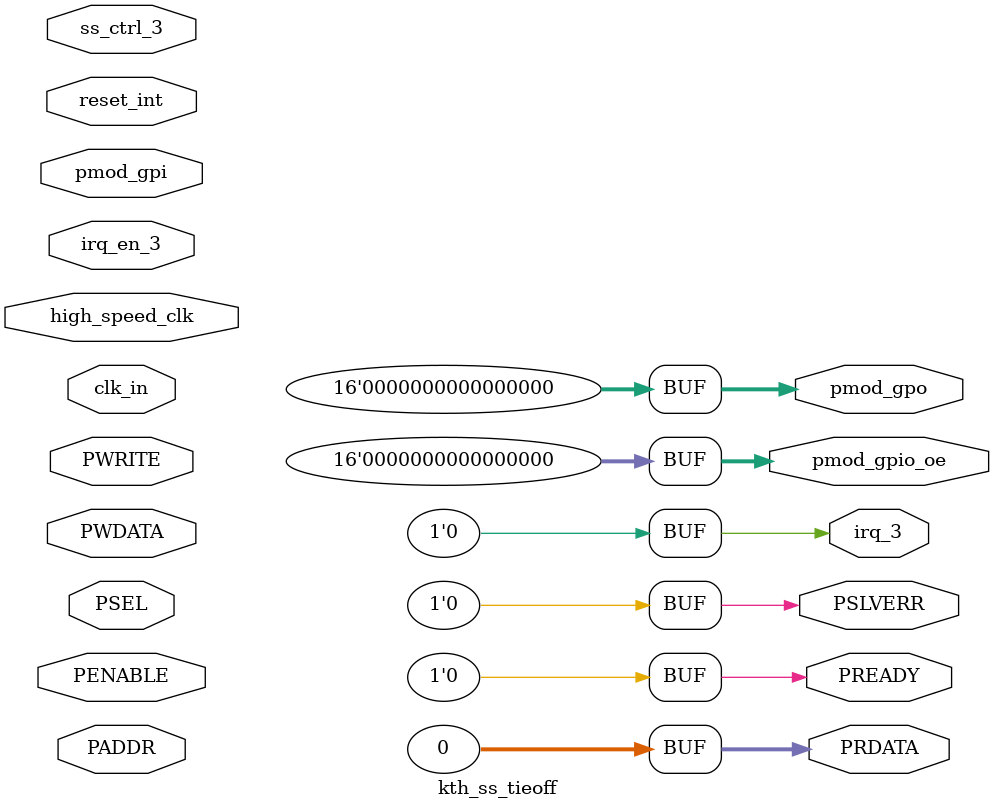
<source format=sv>
/*
  Contributors:
    * Matti Käyrä (matti.kayra@tuni.fi)
  Description:
    * integration tieoff
*/

module kth_ss_tieoff(
    // Interface: APB
    input  logic [31:0] PADDR,
    input  logic        PENABLE,
    input  logic        PSEL,
    input  logic [31:0] PWDATA,
    input  logic        PWRITE,
    output logic [31:0] PRDATA,
    output logic        PREADY,
    output logic        PSLVERR,

    // Interface: Clock
    input  logic        clk_in,

    // Interface: high_speed_clock
    input  logic        high_speed_clk,

    // Interface: IRQ
    output logic        irq_3,

    // Interface: Reset
    input  logic        reset_int,

    // Interface: SS_Ctrl
    input  logic        irq_en_3,
    input  logic [7:0]  ss_ctrl_3,
    
    //Interface: GPIO pmod 
    input  logic [15:0]  pmod_gpi,
    output logic [15:0]  pmod_gpo,
    output logic [15:0]  pmod_gpio_oe

);

// WARNING: EVERYTHING ON AND ABOVE THIS LINE MAY BE OVERWRITTEN BY KACTUS2!!!

// TODO: Replace this with your module implementation
  assign PSLVERR = 'd0;
  assign PREADY  = 'd0;
  assign PRDATA  = 'd0;
  assign irq_3   = 'd0;

  assign pmod_gpo     = 'h0;
  assign pmod_gpio_oe = 'h0;

endmodule

</source>
